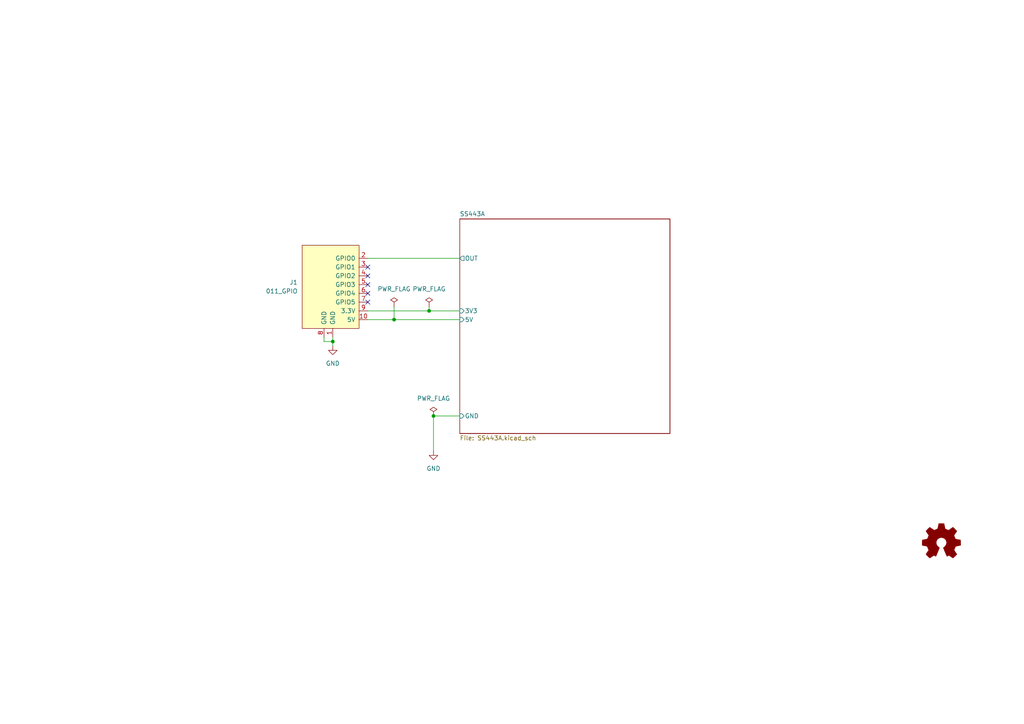
<source format=kicad_sch>
(kicad_sch (version 20211123) (generator eeschema)

  (uuid 57732dd3-1162-4c3f-88bd-31bf473d124d)

  (paper "A4")

  (lib_symbols
    (symbol "Graphic:Logo_Open_Hardware_Small" (pin_names (offset 1.016)) (in_bom yes) (on_board yes)
      (property "Reference" "#LOGO" (id 0) (at 0 6.985 0)
        (effects (font (size 1.27 1.27)) hide)
      )
      (property "Value" "Logo_Open_Hardware_Small" (id 1) (at 0 -5.715 0)
        (effects (font (size 1.27 1.27)) hide)
      )
      (property "Footprint" "" (id 2) (at 0 0 0)
        (effects (font (size 1.27 1.27)) hide)
      )
      (property "Datasheet" "~" (id 3) (at 0 0 0)
        (effects (font (size 1.27 1.27)) hide)
      )
      (property "ki_keywords" "Logo" (id 4) (at 0 0 0)
        (effects (font (size 1.27 1.27)) hide)
      )
      (property "ki_description" "Open Hardware logo, small" (id 5) (at 0 0 0)
        (effects (font (size 1.27 1.27)) hide)
      )
      (symbol "Logo_Open_Hardware_Small_0_1"
        (polyline
          (pts
            (xy 3.3528 -4.3434)
            (xy 3.302 -4.318)
            (xy 3.175 -4.2418)
            (xy 2.9972 -4.1148)
            (xy 2.7686 -3.9624)
            (xy 2.54 -3.81)
            (xy 2.3622 -3.7084)
            (xy 2.2352 -3.6068)
            (xy 2.1844 -3.5814)
            (xy 2.159 -3.6068)
            (xy 2.0574 -3.6576)
            (xy 1.905 -3.7338)
            (xy 1.8034 -3.7846)
            (xy 1.6764 -3.8354)
            (xy 1.6002 -3.8354)
            (xy 1.6002 -3.8354)
            (xy 1.5494 -3.7338)
            (xy 1.4732 -3.5306)
            (xy 1.3462 -3.302)
            (xy 1.2446 -3.0226)
            (xy 1.1176 -2.7178)
            (xy 0.9652 -2.413)
            (xy 0.8636 -2.1082)
            (xy 0.7366 -1.8288)
            (xy 0.6604 -1.6256)
            (xy 0.6096 -1.4732)
            (xy 0.5842 -1.397)
            (xy 0.5842 -1.397)
            (xy 0.6604 -1.3208)
            (xy 0.7874 -1.2446)
            (xy 1.0414 -1.016)
            (xy 1.2954 -0.6858)
            (xy 1.4478 -0.3302)
            (xy 1.524 0.0762)
            (xy 1.4732 0.4572)
            (xy 1.3208 0.8128)
            (xy 1.0668 1.143)
            (xy 0.762 1.3716)
            (xy 0.4064 1.524)
            (xy 0 1.5748)
            (xy -0.381 1.5494)
            (xy -0.7366 1.397)
            (xy -1.0668 1.143)
            (xy -1.2192 0.9906)
            (xy -1.397 0.6604)
            (xy -1.524 0.3048)
            (xy -1.524 0.2286)
            (xy -1.4986 -0.1778)
            (xy -1.397 -0.5334)
            (xy -1.1938 -0.8636)
            (xy -0.9144 -1.143)
            (xy -0.8636 -1.1684)
            (xy -0.7366 -1.27)
            (xy -0.635 -1.3462)
            (xy -0.5842 -1.397)
            (xy -1.0668 -2.5908)
            (xy -1.143 -2.794)
            (xy -1.2954 -3.1242)
            (xy -1.397 -3.4036)
            (xy -1.4986 -3.6322)
            (xy -1.5748 -3.7846)
            (xy -1.6002 -3.8354)
            (xy -1.6002 -3.8354)
            (xy -1.651 -3.8354)
            (xy -1.7272 -3.81)
            (xy -1.905 -3.7338)
            (xy -2.0066 -3.683)
            (xy -2.1336 -3.6068)
            (xy -2.2098 -3.5814)
            (xy -2.2606 -3.6068)
            (xy -2.3622 -3.683)
            (xy -2.54 -3.81)
            (xy -2.7686 -3.9624)
            (xy -2.9718 -4.0894)
            (xy -3.1496 -4.2164)
            (xy -3.302 -4.318)
            (xy -3.3528 -4.3434)
            (xy -3.3782 -4.3434)
            (xy -3.429 -4.318)
            (xy -3.5306 -4.2164)
            (xy -3.7084 -4.064)
            (xy -3.937 -3.8354)
            (xy -3.9624 -3.81)
            (xy -4.1656 -3.6068)
            (xy -4.318 -3.4544)
            (xy -4.4196 -3.3274)
            (xy -4.445 -3.2766)
            (xy -4.445 -3.2766)
            (xy -4.4196 -3.2258)
            (xy -4.318 -3.0734)
            (xy -4.2164 -2.8956)
            (xy -4.064 -2.667)
            (xy -3.6576 -2.0828)
            (xy -3.8862 -1.5494)
            (xy -3.937 -1.3716)
            (xy -4.0386 -1.1684)
            (xy -4.0894 -1.0414)
            (xy -4.1148 -0.9652)
            (xy -4.191 -0.9398)
            (xy -4.318 -0.9144)
            (xy -4.5466 -0.8636)
            (xy -4.8006 -0.8128)
            (xy -5.0546 -0.7874)
            (xy -5.2578 -0.7366)
            (xy -5.4356 -0.7112)
            (xy -5.5118 -0.6858)
            (xy -5.5118 -0.6858)
            (xy -5.5372 -0.635)
            (xy -5.5372 -0.5588)
            (xy -5.5372 -0.4318)
            (xy -5.5626 -0.2286)
            (xy -5.5626 0.0762)
            (xy -5.5626 0.127)
            (xy -5.5372 0.4064)
            (xy -5.5372 0.635)
            (xy -5.5372 0.762)
            (xy -5.5372 0.8382)
            (xy -5.5372 0.8382)
            (xy -5.461 0.8382)
            (xy -5.3086 0.889)
            (xy -5.08 0.9144)
            (xy -4.826 0.9652)
            (xy -4.8006 0.9906)
            (xy -4.5466 1.0414)
            (xy -4.318 1.0668)
            (xy -4.1656 1.1176)
            (xy -4.0894 1.143)
            (xy -4.0894 1.143)
            (xy -4.0386 1.2446)
            (xy -3.9624 1.4224)
            (xy -3.8608 1.6256)
            (xy -3.7846 1.8288)
            (xy -3.7084 2.0066)
            (xy -3.6576 2.159)
            (xy -3.6322 2.2098)
            (xy -3.6322 2.2098)
            (xy -3.683 2.286)
            (xy -3.7592 2.413)
            (xy -3.8862 2.5908)
            (xy -4.064 2.8194)
            (xy -4.064 2.8448)
            (xy -4.2164 3.0734)
            (xy -4.3434 3.2512)
            (xy -4.4196 3.3782)
            (xy -4.445 3.4544)
            (xy -4.445 3.4544)
            (xy -4.3942 3.5052)
            (xy -4.2926 3.6322)
            (xy -4.1148 3.81)
            (xy -3.937 4.0132)
            (xy -3.8608 4.064)
            (xy -3.6576 4.2926)
            (xy -3.5052 4.4196)
            (xy -3.4036 4.4958)
            (xy -3.3528 4.5212)
            (xy -3.3528 4.5212)
            (xy -3.302 4.4704)
            (xy -3.1496 4.3688)
            (xy -2.9718 4.2418)
            (xy -2.7432 4.0894)
            (xy -2.7178 4.0894)
            (xy -2.4892 3.937)
            (xy -2.3114 3.81)
            (xy -2.1844 3.7084)
            (xy -2.1336 3.683)
            (xy -2.1082 3.683)
            (xy -2.032 3.7084)
            (xy -1.8542 3.7592)
            (xy -1.6764 3.8354)
            (xy -1.4732 3.937)
            (xy -1.27 4.0132)
            (xy -1.143 4.064)
            (xy -1.0668 4.1148)
            (xy -1.0668 4.1148)
            (xy -1.0414 4.191)
            (xy -1.016 4.3434)
            (xy -0.9652 4.572)
            (xy -0.9144 4.8514)
            (xy -0.889 4.9022)
            (xy -0.8382 5.1562)
            (xy -0.8128 5.3848)
            (xy -0.7874 5.5372)
            (xy -0.762 5.588)
            (xy -0.7112 5.6134)
            (xy -0.5842 5.6134)
            (xy -0.4064 5.6134)
            (xy -0.1524 5.6134)
            (xy 0.0762 5.6134)
            (xy 0.3302 5.6134)
            (xy 0.5334 5.6134)
            (xy 0.6858 5.588)
            (xy 0.7366 5.588)
            (xy 0.7366 5.588)
            (xy 0.762 5.5118)
            (xy 0.8128 5.334)
            (xy 0.8382 5.1054)
            (xy 0.9144 4.826)
            (xy 0.9144 4.7752)
            (xy 0.9652 4.5212)
            (xy 1.016 4.2926)
            (xy 1.0414 4.1402)
            (xy 1.0668 4.0894)
            (xy 1.0668 4.0894)
            (xy 1.1938 4.0386)
            (xy 1.3716 3.9624)
            (xy 1.5748 3.8608)
            (xy 2.0828 3.6576)
            (xy 2.7178 4.0894)
            (xy 2.7686 4.1402)
            (xy 2.9972 4.2926)
            (xy 3.175 4.4196)
            (xy 3.302 4.4958)
            (xy 3.3782 4.5212)
            (xy 3.3782 4.5212)
            (xy 3.429 4.4704)
            (xy 3.556 4.3434)
            (xy 3.7338 4.191)
            (xy 3.9116 3.9878)
            (xy 4.064 3.8354)
            (xy 4.2418 3.6576)
            (xy 4.3434 3.556)
            (xy 4.4196 3.4798)
            (xy 4.4196 3.429)
            (xy 4.4196 3.4036)
            (xy 4.3942 3.3274)
            (xy 4.2926 3.2004)
            (xy 4.1656 2.9972)
            (xy 4.0132 2.794)
            (xy 3.8862 2.5908)
            (xy 3.7592 2.3876)
            (xy 3.6576 2.2352)
            (xy 3.6322 2.159)
            (xy 3.6322 2.1336)
            (xy 3.683 2.0066)
            (xy 3.7592 1.8288)
            (xy 3.8608 1.6002)
            (xy 4.064 1.1176)
            (xy 4.3942 1.0414)
            (xy 4.5974 1.016)
            (xy 4.8768 0.9652)
            (xy 5.1308 0.9144)
            (xy 5.5372 0.8382)
            (xy 5.5626 -0.6604)
            (xy 5.4864 -0.6858)
            (xy 5.4356 -0.6858)
            (xy 5.2832 -0.7366)
            (xy 5.0546 -0.762)
            (xy 4.8006 -0.8128)
            (xy 4.5974 -0.8636)
            (xy 4.3688 -0.9144)
            (xy 4.2164 -0.9398)
            (xy 4.1402 -0.9398)
            (xy 4.1148 -0.9652)
            (xy 4.064 -1.0668)
            (xy 3.9878 -1.2446)
            (xy 3.9116 -1.4478)
            (xy 3.81 -1.651)
            (xy 3.7338 -1.8542)
            (xy 3.683 -2.0066)
            (xy 3.6576 -2.0828)
            (xy 3.683 -2.1336)
            (xy 3.7846 -2.2606)
            (xy 3.8862 -2.4638)
            (xy 4.0386 -2.667)
            (xy 4.191 -2.8956)
            (xy 4.318 -3.0734)
            (xy 4.3942 -3.2004)
            (xy 4.445 -3.2766)
            (xy 4.4196 -3.3274)
            (xy 4.3434 -3.429)
            (xy 4.1656 -3.5814)
            (xy 3.937 -3.8354)
            (xy 3.8862 -3.8608)
            (xy 3.683 -4.064)
            (xy 3.5306 -4.2164)
            (xy 3.4036 -4.318)
            (xy 3.3528 -4.3434)
          )
          (stroke (width 0) (type default) (color 0 0 0 0))
          (fill (type outline))
        )
      )
    )
    (symbol "power:GND" (power) (pin_names (offset 0)) (in_bom yes) (on_board yes)
      (property "Reference" "#PWR" (id 0) (at 0 -6.35 0)
        (effects (font (size 1.27 1.27)) hide)
      )
      (property "Value" "GND" (id 1) (at 0 -3.81 0)
        (effects (font (size 1.27 1.27)))
      )
      (property "Footprint" "" (id 2) (at 0 0 0)
        (effects (font (size 1.27 1.27)) hide)
      )
      (property "Datasheet" "" (id 3) (at 0 0 0)
        (effects (font (size 1.27 1.27)) hide)
      )
      (property "ki_keywords" "power-flag" (id 4) (at 0 0 0)
        (effects (font (size 1.27 1.27)) hide)
      )
      (property "ki_description" "Power symbol creates a global label with name \"GND\" , ground" (id 5) (at 0 0 0)
        (effects (font (size 1.27 1.27)) hide)
      )
      (symbol "GND_0_1"
        (polyline
          (pts
            (xy 0 0)
            (xy 0 -1.27)
            (xy 1.27 -1.27)
            (xy 0 -2.54)
            (xy -1.27 -1.27)
            (xy 0 -1.27)
          )
          (stroke (width 0) (type default) (color 0 0 0 0))
          (fill (type none))
        )
      )
      (symbol "GND_1_1"
        (pin power_in line (at 0 0 270) (length 0) hide
          (name "GND" (effects (font (size 1.27 1.27))))
          (number "1" (effects (font (size 1.27 1.27))))
        )
      )
    )
    (symbol "power:PWR_FLAG" (power) (pin_numbers hide) (pin_names (offset 0) hide) (in_bom yes) (on_board yes)
      (property "Reference" "#FLG" (id 0) (at 0 1.905 0)
        (effects (font (size 1.27 1.27)) hide)
      )
      (property "Value" "PWR_FLAG" (id 1) (at 0 3.81 0)
        (effects (font (size 1.27 1.27)))
      )
      (property "Footprint" "" (id 2) (at 0 0 0)
        (effects (font (size 1.27 1.27)) hide)
      )
      (property "Datasheet" "~" (id 3) (at 0 0 0)
        (effects (font (size 1.27 1.27)) hide)
      )
      (property "ki_keywords" "power-flag" (id 4) (at 0 0 0)
        (effects (font (size 1.27 1.27)) hide)
      )
      (property "ki_description" "Special symbol for telling ERC where power comes from" (id 5) (at 0 0 0)
        (effects (font (size 1.27 1.27)) hide)
      )
      (symbol "PWR_FLAG_0_0"
        (pin power_out line (at 0 0 90) (length 0)
          (name "pwr" (effects (font (size 1.27 1.27))))
          (number "1" (effects (font (size 1.27 1.27))))
        )
      )
      (symbol "PWR_FLAG_0_1"
        (polyline
          (pts
            (xy 0 0)
            (xy 0 1.27)
            (xy -1.016 1.905)
            (xy 0 2.54)
            (xy 1.016 1.905)
            (xy 0 1.27)
          )
          (stroke (width 0) (type default) (color 0 0 0 0))
          (fill (type none))
        )
      )
    )
    (symbol "put_on_edge:011_GPIO" (pin_names (offset 1.016)) (in_bom yes) (on_board yes)
      (property "Reference" "J" (id 0) (at -2.54 13.97 0)
        (effects (font (size 1.27 1.27)))
      )
      (property "Value" "011_GPIO" (id 1) (at 8.89 13.97 0)
        (effects (font (size 1.27 1.27)))
      )
      (property "Footprint" "" (id 2) (at 7.62 16.51 0)
        (effects (font (size 1.27 1.27)) hide)
      )
      (property "Datasheet" "" (id 3) (at 7.62 16.51 0)
        (effects (font (size 1.27 1.27)) hide)
      )
      (symbol "011_GPIO_0_1"
        (rectangle (start -8.89 12.7) (end 7.62 -11.43)
          (stroke (width 0) (type default) (color 0 0 0 0))
          (fill (type background))
        )
      )
      (symbol "011_GPIO_1_1"
        (pin power_in line (at -1.27 -13.97 90) (length 2.54)
          (name "GND" (effects (font (size 1.27 1.27))))
          (number "1" (effects (font (size 1.27 1.27))))
        )
        (pin power_in line (at -11.43 -8.89 0) (length 2.54)
          (name "5V" (effects (font (size 1.27 1.27))))
          (number "10" (effects (font (size 1.27 1.27))))
        )
        (pin bidirectional line (at -11.43 8.89 0) (length 2.54)
          (name "GPIO0" (effects (font (size 1.27 1.27))))
          (number "2" (effects (font (size 1.27 1.27))))
        )
        (pin bidirectional line (at -11.43 6.35 0) (length 2.54)
          (name "GPIO1" (effects (font (size 1.27 1.27))))
          (number "3" (effects (font (size 1.27 1.27))))
        )
        (pin bidirectional line (at -11.43 3.81 0) (length 2.54)
          (name "GPIO2" (effects (font (size 1.27 1.27))))
          (number "4" (effects (font (size 1.27 1.27))))
        )
        (pin bidirectional line (at -11.43 1.27 0) (length 2.54)
          (name "GPIO3" (effects (font (size 1.27 1.27))))
          (number "5" (effects (font (size 1.27 1.27))))
        )
        (pin bidirectional line (at -11.43 -1.27 0) (length 2.54)
          (name "GPIO4" (effects (font (size 1.27 1.27))))
          (number "6" (effects (font (size 1.27 1.27))))
        )
        (pin bidirectional line (at -11.43 -3.81 0) (length 2.54)
          (name "GPIO5" (effects (font (size 1.27 1.27))))
          (number "7" (effects (font (size 1.27 1.27))))
        )
        (pin power_in line (at 1.27 -13.97 90) (length 2.54)
          (name "GND" (effects (font (size 1.27 1.27))))
          (number "8" (effects (font (size 1.27 1.27))))
        )
        (pin power_in line (at -11.43 -6.35 0) (length 2.54)
          (name "3.3V" (effects (font (size 1.27 1.27))))
          (number "9" (effects (font (size 1.27 1.27))))
        )
      )
    )
  )

  (junction (at 124.46 90.17) (diameter 0) (color 0 0 0 0)
    (uuid 42289474-d8fd-49ab-85e9-d4671ec9a339)
  )
  (junction (at 96.52 99.06) (diameter 0) (color 0 0 0 0)
    (uuid 6db89287-8489-4888-bc57-3d272905244e)
  )
  (junction (at 125.73 120.65) (diameter 0) (color 0 0 0 0)
    (uuid 6e3bb8a3-5070-4b2e-9bf9-e1d51812ba69)
  )
  (junction (at 114.3 92.71) (diameter 0) (color 0 0 0 0)
    (uuid bbcdc92f-695f-4225-bdcb-0941ac2fc4ff)
  )

  (no_connect (at 106.68 80.01) (uuid 0af773df-4676-4cbf-a595-0f93bfe44889))
  (no_connect (at 106.68 77.47) (uuid 14c67552-878e-4649-a2da-3a988791dc5c))
  (no_connect (at 106.68 82.55) (uuid 225f9faa-057c-4060-ba92-36ad41cd86d0))
  (no_connect (at 106.68 87.63) (uuid 97803343-8b38-4b8a-b78b-adb64ffc1d59))
  (no_connect (at 106.68 85.09) (uuid b8c15221-3b50-4e5f-8a70-1c07593c8ba1))

  (wire (pts (xy 124.46 90.17) (xy 106.68 90.17))
    (stroke (width 0) (type default) (color 0 0 0 0))
    (uuid 43833576-51db-4abc-9e0f-11d50551141d)
  )
  (wire (pts (xy 125.73 120.65) (xy 125.73 130.81))
    (stroke (width 0) (type default) (color 0 0 0 0))
    (uuid 5a1fc14d-1d6f-444c-82b2-77ce3f0eeb3f)
  )
  (wire (pts (xy 114.3 92.71) (xy 106.68 92.71))
    (stroke (width 0) (type default) (color 0 0 0 0))
    (uuid 6a189b4f-e674-4fc5-9535-87a18628e9db)
  )
  (wire (pts (xy 96.52 99.06) (xy 96.52 100.33))
    (stroke (width 0) (type default) (color 0 0 0 0))
    (uuid 6e56399e-9e96-45da-9e1f-00fcb061a77a)
  )
  (wire (pts (xy 114.3 88.9) (xy 114.3 92.71))
    (stroke (width 0) (type default) (color 0 0 0 0))
    (uuid 71a700aa-c30c-41bc-88a4-51fde7090da2)
  )
  (wire (pts (xy 93.98 97.79) (xy 93.98 99.06))
    (stroke (width 0) (type default) (color 0 0 0 0))
    (uuid 8c678a3b-b522-4287-9f2f-f8d9a084a49b)
  )
  (wire (pts (xy 133.35 90.17) (xy 124.46 90.17))
    (stroke (width 0) (type default) (color 0 0 0 0))
    (uuid 93dc243a-d257-483f-a2ad-149e4512703d)
  )
  (wire (pts (xy 133.35 120.65) (xy 125.73 120.65))
    (stroke (width 0) (type default) (color 0 0 0 0))
    (uuid b5f50e6e-6728-4454-96f5-44e0bc388ce5)
  )
  (wire (pts (xy 96.52 99.06) (xy 93.98 99.06))
    (stroke (width 0) (type default) (color 0 0 0 0))
    (uuid b79c548b-dd61-49b3-90b1-495349670555)
  )
  (wire (pts (xy 133.35 74.93) (xy 106.68 74.93))
    (stroke (width 0) (type default) (color 0 0 0 0))
    (uuid bca37707-0b28-40b0-b19e-539f8c4a32a4)
  )
  (wire (pts (xy 124.46 88.9) (xy 124.46 90.17))
    (stroke (width 0) (type default) (color 0 0 0 0))
    (uuid d3dd330a-e66a-40f7-8b07-fe21cc2b4a52)
  )
  (wire (pts (xy 133.35 92.71) (xy 114.3 92.71))
    (stroke (width 0) (type default) (color 0 0 0 0))
    (uuid db5f6887-11ce-4719-925d-9cb27f2560be)
  )
  (wire (pts (xy 96.52 97.79) (xy 96.52 99.06))
    (stroke (width 0) (type default) (color 0 0 0 0))
    (uuid f0e505cf-5964-4226-badc-7db3b66a3c48)
  )

  (symbol (lib_id "power:PWR_FLAG") (at 124.46 88.9 0) (unit 1)
    (in_bom yes) (on_board yes) (fields_autoplaced)
    (uuid 567f7cbb-a905-4814-8877-d83c2b190d90)
    (property "Reference" "#FLG0103" (id 0) (at 124.46 86.995 0)
      (effects (font (size 1.27 1.27)) hide)
    )
    (property "Value" "PWR_FLAG" (id 1) (at 124.46 83.82 0))
    (property "Footprint" "" (id 2) (at 124.46 88.9 0)
      (effects (font (size 1.27 1.27)) hide)
    )
    (property "Datasheet" "~" (id 3) (at 124.46 88.9 0)
      (effects (font (size 1.27 1.27)) hide)
    )
    (pin "1" (uuid 247d9a3e-9a56-4c71-97e8-72b4f920bfd0))
  )

  (symbol (lib_id "Graphic:Logo_Open_Hardware_Small") (at 273.05 157.48 0) (unit 1)
    (in_bom yes) (on_board yes) (fields_autoplaced)
    (uuid b72b6f4a-7489-40f2-bb90-d75ae01aa368)
    (property "Reference" "LOGO1" (id 0) (at 273.05 150.495 0)
      (effects (font (size 1.27 1.27)) hide)
    )
    (property "Value" "Logo_Open_Hardware_Small" (id 1) (at 273.05 163.195 0)
      (effects (font (size 1.27 1.27)) hide)
    )
    (property "Footprint" "Symbol:OSHW-Symbol_6.7x6mm_SilkScreen" (id 2) (at 273.05 157.48 0)
      (effects (font (size 1.27 1.27)) hide)
    )
    (property "Datasheet" "~" (id 3) (at 273.05 157.48 0)
      (effects (font (size 1.27 1.27)) hide)
    )
  )

  (symbol (lib_id "put_on_edge:011_GPIO") (at 95.25 83.82 0) (mirror y) (unit 1)
    (in_bom yes) (on_board yes) (fields_autoplaced)
    (uuid cccc756c-3c2a-4820-aa50-97ea5702c2d4)
    (property "Reference" "J1" (id 0) (at 86.36 81.9149 0)
      (effects (font (size 1.27 1.27)) (justify left))
    )
    (property "Value" "011_GPIO" (id 1) (at 86.36 84.4549 0)
      (effects (font (size 1.27 1.27)) (justify left))
    )
    (property "Footprint" "on_edge:on_edge_2x05_device" (id 2) (at 87.63 67.31 0)
      (effects (font (size 1.27 1.27)) hide)
    )
    (property "Datasheet" "" (id 3) (at 87.63 67.31 0)
      (effects (font (size 1.27 1.27)) hide)
    )
    (pin "1" (uuid e441aad3-a225-4ec6-ad8f-c30d32985db4))
    (pin "10" (uuid 4f636b50-9e15-45d7-8338-2e716a37001f))
    (pin "2" (uuid 4495d817-2bdb-4ed3-80f2-e0ceff615a28))
    (pin "3" (uuid a1047312-db57-4148-8574-ed017a013476))
    (pin "4" (uuid 7c982339-ab24-47ac-84ba-ebbd7eedf081))
    (pin "5" (uuid 47cb15fa-458f-43e1-a17b-7404868779a6))
    (pin "6" (uuid 7c762c71-dbd9-49a1-9a01-84527d6e4996))
    (pin "7" (uuid 8717ca61-3da3-41b4-98b2-217b9702f215))
    (pin "8" (uuid 841aef55-092a-4879-b78a-0830e6b22660))
    (pin "9" (uuid 16087dfd-7d98-4672-80da-d10f80276016))
  )

  (symbol (lib_id "power:GND") (at 96.52 100.33 0) (unit 1)
    (in_bom yes) (on_board yes) (fields_autoplaced)
    (uuid e271bef5-15e4-40c9-876c-89aee48ff184)
    (property "Reference" "#PWR0102" (id 0) (at 96.52 106.68 0)
      (effects (font (size 1.27 1.27)) hide)
    )
    (property "Value" "GND" (id 1) (at 96.52 105.41 0))
    (property "Footprint" "" (id 2) (at 96.52 100.33 0)
      (effects (font (size 1.27 1.27)) hide)
    )
    (property "Datasheet" "" (id 3) (at 96.52 100.33 0)
      (effects (font (size 1.27 1.27)) hide)
    )
    (pin "1" (uuid 455e3fa0-6403-49a8-aa0a-e0ed9e8ed37e))
  )

  (symbol (lib_id "power:PWR_FLAG") (at 125.73 120.65 0) (unit 1)
    (in_bom yes) (on_board yes) (fields_autoplaced)
    (uuid f2d06fe3-e17a-439f-987f-233cdbb94a17)
    (property "Reference" "#FLG0101" (id 0) (at 125.73 118.745 0)
      (effects (font (size 1.27 1.27)) hide)
    )
    (property "Value" "PWR_FLAG" (id 1) (at 125.73 115.57 0))
    (property "Footprint" "" (id 2) (at 125.73 120.65 0)
      (effects (font (size 1.27 1.27)) hide)
    )
    (property "Datasheet" "~" (id 3) (at 125.73 120.65 0)
      (effects (font (size 1.27 1.27)) hide)
    )
    (pin "1" (uuid 7e869e0e-d3ca-45e6-ba3e-1f3796698036))
  )

  (symbol (lib_id "power:PWR_FLAG") (at 114.3 88.9 0) (unit 1)
    (in_bom yes) (on_board yes) (fields_autoplaced)
    (uuid f34909f4-c0ae-4446-a26e-233b5f8a3def)
    (property "Reference" "#FLG0102" (id 0) (at 114.3 86.995 0)
      (effects (font (size 1.27 1.27)) hide)
    )
    (property "Value" "PWR_FLAG" (id 1) (at 114.3 83.82 0))
    (property "Footprint" "" (id 2) (at 114.3 88.9 0)
      (effects (font (size 1.27 1.27)) hide)
    )
    (property "Datasheet" "~" (id 3) (at 114.3 88.9 0)
      (effects (font (size 1.27 1.27)) hide)
    )
    (pin "1" (uuid 9ad5bc11-071b-4b4f-b4b3-4877d23ff1ce))
  )

  (symbol (lib_id "power:GND") (at 125.73 130.81 0) (unit 1)
    (in_bom yes) (on_board yes) (fields_autoplaced)
    (uuid f6a95196-8c16-41ec-bbc8-c10bf185f315)
    (property "Reference" "#PWR0101" (id 0) (at 125.73 137.16 0)
      (effects (font (size 1.27 1.27)) hide)
    )
    (property "Value" "GND" (id 1) (at 125.73 135.89 0))
    (property "Footprint" "" (id 2) (at 125.73 130.81 0)
      (effects (font (size 1.27 1.27)) hide)
    )
    (property "Datasheet" "" (id 3) (at 125.73 130.81 0)
      (effects (font (size 1.27 1.27)) hide)
    )
    (pin "1" (uuid aa5a3c3f-c6a0-4bc1-87a6-4d8ce40a628d))
  )

  (sheet (at 133.35 63.5) (size 60.96 62.23) (fields_autoplaced)
    (stroke (width 0.1524) (type solid) (color 0 0 0 0))
    (fill (color 0 0 0 0.0000))
    (uuid 767ce4c6-0e55-4543-92f0-34cb8237a544)
    (property "Sheet name" "SS443A" (id 0) (at 133.35 62.7884 0)
      (effects (font (size 1.27 1.27)) (justify left bottom))
    )
    (property "Sheet file" "SS443A.kicad_sch" (id 1) (at 133.35 126.3146 0)
      (effects (font (size 1.27 1.27)) (justify left top))
    )
    (pin "GND" input (at 133.35 120.65 180)
      (effects (font (size 1.27 1.27)) (justify left))
      (uuid 466cf29f-04d2-4303-aa26-8ec28548d2f2)
    )
    (pin "3V3" input (at 133.35 90.17 180)
      (effects (font (size 1.27 1.27)) (justify left))
      (uuid ee8ceff6-4ee3-42ce-a081-f569e85e4b96)
    )
    (pin "5V" input (at 133.35 92.71 180)
      (effects (font (size 1.27 1.27)) (justify left))
      (uuid a333f042-a10f-4535-8268-5b4a04282b7c)
    )
    (pin "OUT" output (at 133.35 74.93 180)
      (effects (font (size 1.27 1.27)) (justify left))
      (uuid 31126244-98cb-4848-9a76-1d43deae3211)
    )
  )

  (sheet_instances
    (path "/" (page "1"))
    (path "/767ce4c6-0e55-4543-92f0-34cb8237a544" (page "2"))
  )

  (symbol_instances
    (path "/f2d06fe3-e17a-439f-987f-233cdbb94a17"
      (reference "#FLG0101") (unit 1) (value "PWR_FLAG") (footprint "")
    )
    (path "/f34909f4-c0ae-4446-a26e-233b5f8a3def"
      (reference "#FLG0102") (unit 1) (value "PWR_FLAG") (footprint "")
    )
    (path "/567f7cbb-a905-4814-8877-d83c2b190d90"
      (reference "#FLG0103") (unit 1) (value "PWR_FLAG") (footprint "")
    )
    (path "/f6a95196-8c16-41ec-bbc8-c10bf185f315"
      (reference "#PWR0101") (unit 1) (value "GND") (footprint "")
    )
    (path "/e271bef5-15e4-40c9-876c-89aee48ff184"
      (reference "#PWR0102") (unit 1) (value "GND") (footprint "")
    )
    (path "/767ce4c6-0e55-4543-92f0-34cb8237a544/43911f54-8d95-4615-95d1-174db9f7fc64"
      (reference "C1") (unit 1) (value "100nF") (footprint "Capacitor_SMD:C_0603_1608Metric_Pad1.08x0.95mm_HandSolder")
    )
    (path "/cccc756c-3c2a-4820-aa50-97ea5702c2d4"
      (reference "J1") (unit 1) (value "011_GPIO") (footprint "on_edge:on_edge_2x05_device")
    )
    (path "/b72b6f4a-7489-40f2-bb90-d75ae01aa368"
      (reference "LOGO1") (unit 1) (value "Logo_Open_Hardware_Small") (footprint "Symbol:OSHW-Symbol_6.7x6mm_SilkScreen")
    )
    (path "/767ce4c6-0e55-4543-92f0-34cb8237a544/651a9327-7528-44ab-8399-5a36e85cf7d8"
      (reference "Q1") (unit 1) (value "SI2302DDS-T1-GE3") (footprint "torque:FP-S-03946-MFG")
    )
    (path "/767ce4c6-0e55-4543-92f0-34cb8237a544/4638118d-09fb-42a4-ac20-6607c5f74798"
      (reference "R1") (unit 1) (value "10k") (footprint "Resistor_SMD:R_0603_1608Metric_Pad0.98x0.95mm_HandSolder")
    )
    (path "/767ce4c6-0e55-4543-92f0-34cb8237a544/12bfe30b-fe50-4460-b0a5-0af0e075f392"
      (reference "R2") (unit 1) (value "10k") (footprint "Resistor_SMD:R_0603_1608Metric_Pad0.98x0.95mm_HandSolder")
    )
    (path "/767ce4c6-0e55-4543-92f0-34cb8237a544/eae7745f-008f-4f09-82d6-83077ec878a0"
      (reference "U1") (unit 1) (value "SS443A") (footprint "torque:FP-SS443A-MFG")
    )
  )
)

</source>
